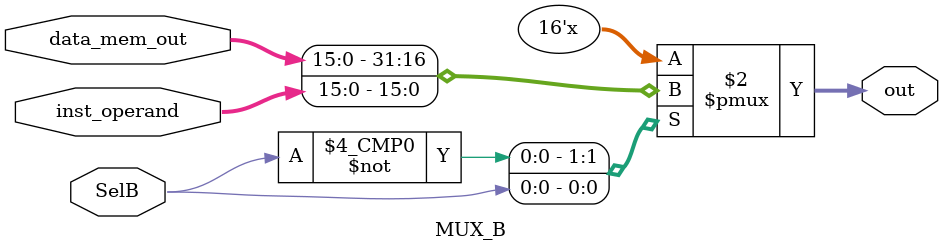
<source format=v>
`timescale 1ns / 1ps
module MUX_B #(
        parameter len_data = 16,
    )
    (
        input SelB,                             // viene de Control (instruction decoder)
        input [len_data - 1 : 0] inst_operand,  // viene de signal extension
        input [len_data - 1 : 0] data_mem_out,  // salida de DATA_MEM

        output [len_data - 1 : 0] out           // salida para ACC
    );

    always @(*)
    begin
        case (SelB)
          0:
            begin
                out <= data_mem_out;    
            end
          1:
            begin
                out <= inst_operand;    
            end
        endcase
    end
endmodule

</source>
